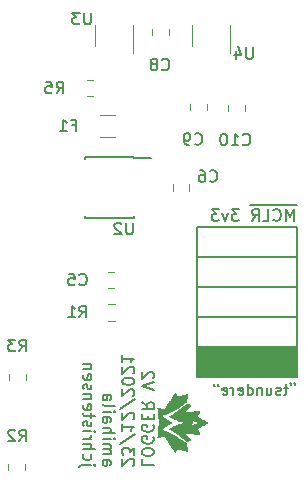
<source format=gbo>
G04 #@! TF.GenerationSoftware,KiCad,Pcbnew,5.1.10*
G04 #@! TF.CreationDate,2022-01-04T22:36:10-05:00*
G04 #@! TF.ProjectId,logger,6c6f6767-6572-42e6-9b69-6361645f7063,rev?*
G04 #@! TF.SameCoordinates,Original*
G04 #@! TF.FileFunction,Legend,Bot*
G04 #@! TF.FilePolarity,Positive*
%FSLAX46Y46*%
G04 Gerber Fmt 4.6, Leading zero omitted, Abs format (unit mm)*
G04 Created by KiCad (PCBNEW 5.1.10) date 2022-01-04 22:36:10*
%MOMM*%
%LPD*%
G01*
G04 APERTURE LIST*
%ADD10C,0.130000*%
%ADD11C,0.150000*%
%ADD12C,0.120000*%
%ADD13C,0.010000*%
%ADD14C,2.301600*%
%ADD15C,1.301600*%
%ADD16C,1.601600*%
%ADD17C,6.501600*%
G04 APERTURE END LIST*
D10*
X151468542Y-96451000D02*
X151468542Y-96408142D01*
X151425685Y-96322428D01*
X151382828Y-96279571D01*
X151811400Y-96451000D02*
X151811400Y-96408142D01*
X151768542Y-96322428D01*
X151725685Y-96279571D01*
X151168542Y-96708142D02*
X150825685Y-96708142D01*
X151039971Y-96408142D02*
X151039971Y-97179571D01*
X150997114Y-97265285D01*
X150911400Y-97308142D01*
X150825685Y-97308142D01*
X150568542Y-97265285D02*
X150482828Y-97308142D01*
X150311400Y-97308142D01*
X150225685Y-97265285D01*
X150182828Y-97179571D01*
X150182828Y-97136714D01*
X150225685Y-97051000D01*
X150311400Y-97008142D01*
X150439971Y-97008142D01*
X150525685Y-96965285D01*
X150568542Y-96879571D01*
X150568542Y-96836714D01*
X150525685Y-96751000D01*
X150439971Y-96708142D01*
X150311400Y-96708142D01*
X150225685Y-96751000D01*
X149411400Y-96708142D02*
X149411400Y-97308142D01*
X149797114Y-96708142D02*
X149797114Y-97179571D01*
X149754257Y-97265285D01*
X149668542Y-97308142D01*
X149539971Y-97308142D01*
X149454257Y-97265285D01*
X149411400Y-97222428D01*
X148982828Y-96708142D02*
X148982828Y-97308142D01*
X148982828Y-96793857D02*
X148939971Y-96751000D01*
X148854257Y-96708142D01*
X148725685Y-96708142D01*
X148639971Y-96751000D01*
X148597114Y-96836714D01*
X148597114Y-97308142D01*
X147782828Y-97308142D02*
X147782828Y-96408142D01*
X147782828Y-97265285D02*
X147868542Y-97308142D01*
X148039971Y-97308142D01*
X148125685Y-97265285D01*
X148168542Y-97222428D01*
X148211400Y-97136714D01*
X148211400Y-96879571D01*
X148168542Y-96793857D01*
X148125685Y-96751000D01*
X148039971Y-96708142D01*
X147868542Y-96708142D01*
X147782828Y-96751000D01*
X147011400Y-97265285D02*
X147097114Y-97308142D01*
X147268542Y-97308142D01*
X147354257Y-97265285D01*
X147397114Y-97179571D01*
X147397114Y-96836714D01*
X147354257Y-96751000D01*
X147268542Y-96708142D01*
X147097114Y-96708142D01*
X147011400Y-96751000D01*
X146968542Y-96836714D01*
X146968542Y-96922428D01*
X147397114Y-97008142D01*
X146582828Y-97308142D02*
X146582828Y-96708142D01*
X146582828Y-96879571D02*
X146539971Y-96793857D01*
X146497114Y-96751000D01*
X146411400Y-96708142D01*
X146325685Y-96708142D01*
X145682828Y-97265285D02*
X145768542Y-97308142D01*
X145939971Y-97308142D01*
X146025685Y-97265285D01*
X146068542Y-97179571D01*
X146068542Y-96836714D01*
X146025685Y-96751000D01*
X145939971Y-96708142D01*
X145768542Y-96708142D01*
X145682828Y-96751000D01*
X145639971Y-96836714D01*
X145639971Y-96922428D01*
X146068542Y-97008142D01*
X145254257Y-96408142D02*
X145254257Y-96451000D01*
X145297114Y-96536714D01*
X145339971Y-96579571D01*
X144911400Y-96408142D02*
X144911400Y-96451000D01*
X144954257Y-96536714D01*
X144997114Y-96579571D01*
D11*
X138827019Y-102769414D02*
X138827019Y-103245604D01*
X139827019Y-103245604D01*
X139827019Y-102245604D02*
X139827019Y-102055128D01*
X139779400Y-101959890D01*
X139684161Y-101864652D01*
X139493685Y-101817033D01*
X139160352Y-101817033D01*
X138969876Y-101864652D01*
X138874638Y-101959890D01*
X138827019Y-102055128D01*
X138827019Y-102245604D01*
X138874638Y-102340842D01*
X138969876Y-102436080D01*
X139160352Y-102483700D01*
X139493685Y-102483700D01*
X139684161Y-102436080D01*
X139779400Y-102340842D01*
X139827019Y-102245604D01*
X139779400Y-100864652D02*
X139827019Y-100959890D01*
X139827019Y-101102747D01*
X139779400Y-101245604D01*
X139684161Y-101340842D01*
X139588923Y-101388461D01*
X139398447Y-101436080D01*
X139255590Y-101436080D01*
X139065114Y-101388461D01*
X138969876Y-101340842D01*
X138874638Y-101245604D01*
X138827019Y-101102747D01*
X138827019Y-101007509D01*
X138874638Y-100864652D01*
X138922257Y-100817033D01*
X139255590Y-100817033D01*
X139255590Y-101007509D01*
X139779400Y-99864652D02*
X139827019Y-99959890D01*
X139827019Y-100102747D01*
X139779400Y-100245604D01*
X139684161Y-100340842D01*
X139588923Y-100388461D01*
X139398447Y-100436080D01*
X139255590Y-100436080D01*
X139065114Y-100388461D01*
X138969876Y-100340842D01*
X138874638Y-100245604D01*
X138827019Y-100102747D01*
X138827019Y-100007509D01*
X138874638Y-99864652D01*
X138922257Y-99817033D01*
X139255590Y-99817033D01*
X139255590Y-100007509D01*
X139350828Y-99388461D02*
X139350828Y-99055128D01*
X138827019Y-98912271D02*
X138827019Y-99388461D01*
X139827019Y-99388461D01*
X139827019Y-98912271D01*
X138827019Y-97912271D02*
X139303209Y-98245604D01*
X138827019Y-98483700D02*
X139827019Y-98483700D01*
X139827019Y-98102747D01*
X139779400Y-98007509D01*
X139731780Y-97959890D01*
X139636542Y-97912271D01*
X139493685Y-97912271D01*
X139398447Y-97959890D01*
X139350828Y-98007509D01*
X139303209Y-98102747D01*
X139303209Y-98483700D01*
X139827019Y-96864652D02*
X138827019Y-96531319D01*
X139827019Y-96197985D01*
X139731780Y-95912271D02*
X139779400Y-95864652D01*
X139827019Y-95769414D01*
X139827019Y-95531319D01*
X139779400Y-95436080D01*
X139731780Y-95388461D01*
X139636542Y-95340842D01*
X139541304Y-95340842D01*
X139398447Y-95388461D01*
X138827019Y-95959890D01*
X138827019Y-95340842D01*
X138081780Y-103293223D02*
X138129400Y-103245604D01*
X138177019Y-103150366D01*
X138177019Y-102912271D01*
X138129400Y-102817033D01*
X138081780Y-102769414D01*
X137986542Y-102721795D01*
X137891304Y-102721795D01*
X137748447Y-102769414D01*
X137177019Y-103340842D01*
X137177019Y-102721795D01*
X138177019Y-102388461D02*
X138177019Y-101769414D01*
X137796066Y-102102747D01*
X137796066Y-101959890D01*
X137748447Y-101864652D01*
X137700828Y-101817033D01*
X137605590Y-101769414D01*
X137367495Y-101769414D01*
X137272257Y-101817033D01*
X137224638Y-101864652D01*
X137177019Y-101959890D01*
X137177019Y-102245604D01*
X137224638Y-102340842D01*
X137272257Y-102388461D01*
X138224638Y-100626557D02*
X136938923Y-101483700D01*
X137177019Y-99769414D02*
X137177019Y-100340842D01*
X137177019Y-100055128D02*
X138177019Y-100055128D01*
X138034161Y-100150366D01*
X137938923Y-100245604D01*
X137891304Y-100340842D01*
X138081780Y-99388461D02*
X138129400Y-99340842D01*
X138177019Y-99245604D01*
X138177019Y-99007509D01*
X138129400Y-98912271D01*
X138081780Y-98864652D01*
X137986542Y-98817033D01*
X137891304Y-98817033D01*
X137748447Y-98864652D01*
X137177019Y-99436080D01*
X137177019Y-98817033D01*
X138224638Y-97674176D02*
X136938923Y-98531319D01*
X138081780Y-97388461D02*
X138129400Y-97340842D01*
X138177019Y-97245604D01*
X138177019Y-97007509D01*
X138129400Y-96912271D01*
X138081780Y-96864652D01*
X137986542Y-96817033D01*
X137891304Y-96817033D01*
X137748447Y-96864652D01*
X137177019Y-97436080D01*
X137177019Y-96817033D01*
X138177019Y-96197985D02*
X138177019Y-96102747D01*
X138129400Y-96007509D01*
X138081780Y-95959890D01*
X137986542Y-95912271D01*
X137796066Y-95864652D01*
X137557971Y-95864652D01*
X137367495Y-95912271D01*
X137272257Y-95959890D01*
X137224638Y-96007509D01*
X137177019Y-96102747D01*
X137177019Y-96197985D01*
X137224638Y-96293223D01*
X137272257Y-96340842D01*
X137367495Y-96388461D01*
X137557971Y-96436080D01*
X137796066Y-96436080D01*
X137986542Y-96388461D01*
X138081780Y-96340842D01*
X138129400Y-96293223D01*
X138177019Y-96197985D01*
X138081780Y-95483700D02*
X138129400Y-95436080D01*
X138177019Y-95340842D01*
X138177019Y-95102747D01*
X138129400Y-95007509D01*
X138081780Y-94959890D01*
X137986542Y-94912271D01*
X137891304Y-94912271D01*
X137748447Y-94959890D01*
X137177019Y-95531319D01*
X137177019Y-94912271D01*
X137177019Y-93959890D02*
X137177019Y-94531319D01*
X137177019Y-94245604D02*
X138177019Y-94245604D01*
X138034161Y-94340842D01*
X137938923Y-94436080D01*
X137891304Y-94531319D01*
X135527019Y-102817033D02*
X136050828Y-102817033D01*
X136146066Y-102864652D01*
X136193685Y-102959890D01*
X136193685Y-103150366D01*
X136146066Y-103245604D01*
X135574638Y-102817033D02*
X135527019Y-102912271D01*
X135527019Y-103150366D01*
X135574638Y-103245604D01*
X135669876Y-103293223D01*
X135765114Y-103293223D01*
X135860352Y-103245604D01*
X135907971Y-103150366D01*
X135907971Y-102912271D01*
X135955590Y-102817033D01*
X135527019Y-102340842D02*
X136193685Y-102340842D01*
X136098447Y-102340842D02*
X136146066Y-102293223D01*
X136193685Y-102197985D01*
X136193685Y-102055128D01*
X136146066Y-101959890D01*
X136050828Y-101912271D01*
X135527019Y-101912271D01*
X136050828Y-101912271D02*
X136146066Y-101864652D01*
X136193685Y-101769414D01*
X136193685Y-101626557D01*
X136146066Y-101531319D01*
X136050828Y-101483700D01*
X135527019Y-101483700D01*
X135527019Y-101007509D02*
X136193685Y-101007509D01*
X136527019Y-101007509D02*
X136479400Y-101055128D01*
X136431780Y-101007509D01*
X136479400Y-100959890D01*
X136527019Y-101007509D01*
X136431780Y-101007509D01*
X135527019Y-100531319D02*
X136527019Y-100531319D01*
X135527019Y-100102747D02*
X136050828Y-100102747D01*
X136146066Y-100150366D01*
X136193685Y-100245604D01*
X136193685Y-100388461D01*
X136146066Y-100483700D01*
X136098447Y-100531319D01*
X135527019Y-99197985D02*
X136050828Y-99197985D01*
X136146066Y-99245604D01*
X136193685Y-99340842D01*
X136193685Y-99531319D01*
X136146066Y-99626557D01*
X135574638Y-99197985D02*
X135527019Y-99293223D01*
X135527019Y-99531319D01*
X135574638Y-99626557D01*
X135669876Y-99674176D01*
X135765114Y-99674176D01*
X135860352Y-99626557D01*
X135907971Y-99531319D01*
X135907971Y-99293223D01*
X135955590Y-99197985D01*
X135527019Y-98721795D02*
X136193685Y-98721795D01*
X136527019Y-98721795D02*
X136479400Y-98769414D01*
X136431780Y-98721795D01*
X136479400Y-98674176D01*
X136527019Y-98721795D01*
X136431780Y-98721795D01*
X135527019Y-98102747D02*
X135574638Y-98197985D01*
X135669876Y-98245604D01*
X136527019Y-98245604D01*
X135527019Y-97293223D02*
X136050828Y-97293223D01*
X136146066Y-97340842D01*
X136193685Y-97436080D01*
X136193685Y-97626557D01*
X136146066Y-97721795D01*
X135574638Y-97293223D02*
X135527019Y-97388461D01*
X135527019Y-97626557D01*
X135574638Y-97721795D01*
X135669876Y-97769414D01*
X135765114Y-97769414D01*
X135860352Y-97721795D01*
X135907971Y-97626557D01*
X135907971Y-97388461D01*
X135955590Y-97293223D01*
X134543685Y-103245604D02*
X133686542Y-103245604D01*
X133591304Y-103293223D01*
X133543685Y-103388461D01*
X133543685Y-103436080D01*
X134877019Y-103245604D02*
X134829400Y-103293223D01*
X134781780Y-103245604D01*
X134829400Y-103197985D01*
X134877019Y-103245604D01*
X134781780Y-103245604D01*
X133924638Y-102340842D02*
X133877019Y-102436080D01*
X133877019Y-102626557D01*
X133924638Y-102721795D01*
X133972257Y-102769414D01*
X134067495Y-102817033D01*
X134353209Y-102817033D01*
X134448447Y-102769414D01*
X134496066Y-102721795D01*
X134543685Y-102626557D01*
X134543685Y-102436080D01*
X134496066Y-102340842D01*
X133877019Y-101912271D02*
X134877019Y-101912271D01*
X133877019Y-101483700D02*
X134400828Y-101483700D01*
X134496066Y-101531319D01*
X134543685Y-101626557D01*
X134543685Y-101769414D01*
X134496066Y-101864652D01*
X134448447Y-101912271D01*
X133877019Y-101007509D02*
X134543685Y-101007509D01*
X134353209Y-101007509D02*
X134448447Y-100959890D01*
X134496066Y-100912271D01*
X134543685Y-100817033D01*
X134543685Y-100721795D01*
X133877019Y-100388461D02*
X134543685Y-100388461D01*
X134877019Y-100388461D02*
X134829400Y-100436080D01*
X134781780Y-100388461D01*
X134829400Y-100340842D01*
X134877019Y-100388461D01*
X134781780Y-100388461D01*
X133924638Y-99959890D02*
X133877019Y-99864652D01*
X133877019Y-99674176D01*
X133924638Y-99578938D01*
X134019876Y-99531319D01*
X134067495Y-99531319D01*
X134162733Y-99578938D01*
X134210352Y-99674176D01*
X134210352Y-99817033D01*
X134257971Y-99912271D01*
X134353209Y-99959890D01*
X134400828Y-99959890D01*
X134496066Y-99912271D01*
X134543685Y-99817033D01*
X134543685Y-99674176D01*
X134496066Y-99578938D01*
X134543685Y-99245604D02*
X134543685Y-98864652D01*
X134877019Y-99102747D02*
X134019876Y-99102747D01*
X133924638Y-99055128D01*
X133877019Y-98959890D01*
X133877019Y-98864652D01*
X133924638Y-98150366D02*
X133877019Y-98245604D01*
X133877019Y-98436080D01*
X133924638Y-98531319D01*
X134019876Y-98578938D01*
X134400828Y-98578938D01*
X134496066Y-98531319D01*
X134543685Y-98436080D01*
X134543685Y-98245604D01*
X134496066Y-98150366D01*
X134400828Y-98102747D01*
X134305590Y-98102747D01*
X134210352Y-98578938D01*
X134543685Y-97674176D02*
X133877019Y-97674176D01*
X134448447Y-97674176D02*
X134496066Y-97626557D01*
X134543685Y-97531319D01*
X134543685Y-97388461D01*
X134496066Y-97293223D01*
X134400828Y-97245604D01*
X133877019Y-97245604D01*
X133924638Y-96817033D02*
X133877019Y-96721795D01*
X133877019Y-96531319D01*
X133924638Y-96436080D01*
X134019876Y-96388461D01*
X134067495Y-96388461D01*
X134162733Y-96436080D01*
X134210352Y-96531319D01*
X134210352Y-96674176D01*
X134257971Y-96769414D01*
X134353209Y-96817033D01*
X134400828Y-96817033D01*
X134496066Y-96769414D01*
X134543685Y-96674176D01*
X134543685Y-96531319D01*
X134496066Y-96436080D01*
X133924638Y-95578938D02*
X133877019Y-95674176D01*
X133877019Y-95864652D01*
X133924638Y-95959890D01*
X134019876Y-96007509D01*
X134400828Y-96007509D01*
X134496066Y-95959890D01*
X134543685Y-95864652D01*
X134543685Y-95674176D01*
X134496066Y-95578938D01*
X134400828Y-95531319D01*
X134305590Y-95531319D01*
X134210352Y-96007509D01*
X134543685Y-95102747D02*
X133877019Y-95102747D01*
X134448447Y-95102747D02*
X134496066Y-95055128D01*
X134543685Y-94959890D01*
X134543685Y-94817033D01*
X134496066Y-94721795D01*
X134400828Y-94674176D01*
X133877019Y-94674176D01*
X151924876Y-81203200D02*
X150782019Y-81203200D01*
X151686780Y-82570580D02*
X151686780Y-81570580D01*
X151353447Y-82284866D01*
X151020114Y-81570580D01*
X151020114Y-82570580D01*
X150782019Y-81203200D02*
X149782019Y-81203200D01*
X149972495Y-82475342D02*
X150020114Y-82522961D01*
X150162971Y-82570580D01*
X150258209Y-82570580D01*
X150401066Y-82522961D01*
X150496304Y-82427723D01*
X150543923Y-82332485D01*
X150591542Y-82142009D01*
X150591542Y-81999152D01*
X150543923Y-81808676D01*
X150496304Y-81713438D01*
X150401066Y-81618200D01*
X150258209Y-81570580D01*
X150162971Y-81570580D01*
X150020114Y-81618200D01*
X149972495Y-81665819D01*
X149782019Y-81203200D02*
X148972495Y-81203200D01*
X149067733Y-82570580D02*
X149543923Y-82570580D01*
X149543923Y-81570580D01*
X148972495Y-81203200D02*
X147972495Y-81203200D01*
X148162971Y-82570580D02*
X148496304Y-82094390D01*
X148734400Y-82570580D02*
X148734400Y-81570580D01*
X148353447Y-81570580D01*
X148258209Y-81618200D01*
X148210590Y-81665819D01*
X148162971Y-81761057D01*
X148162971Y-81903914D01*
X148210590Y-81999152D01*
X148258209Y-82046771D01*
X148353447Y-82094390D01*
X148734400Y-82094390D01*
X147067733Y-81570580D02*
X146448685Y-81570580D01*
X146782019Y-81951533D01*
X146639161Y-81951533D01*
X146543923Y-81999152D01*
X146496304Y-82046771D01*
X146448685Y-82142009D01*
X146448685Y-82380104D01*
X146496304Y-82475342D01*
X146543923Y-82522961D01*
X146639161Y-82570580D01*
X146924876Y-82570580D01*
X147020114Y-82522961D01*
X147067733Y-82475342D01*
X146115352Y-81903914D02*
X145877257Y-82570580D01*
X145639161Y-81903914D01*
X145353447Y-81570580D02*
X144734400Y-81570580D01*
X145067733Y-81951533D01*
X144924876Y-81951533D01*
X144829638Y-81999152D01*
X144782019Y-82046771D01*
X144734400Y-82142009D01*
X144734400Y-82380104D01*
X144782019Y-82475342D01*
X144829638Y-82522961D01*
X144924876Y-82570580D01*
X145210590Y-82570580D01*
X145305828Y-82522961D01*
X145353447Y-82475342D01*
D12*
X128929200Y-103125748D02*
X128929200Y-103648252D01*
X127509200Y-103125748D02*
X127509200Y-103648252D01*
X127610800Y-95505748D02*
X127610800Y-96028252D01*
X129030800Y-95505748D02*
X129030800Y-96028252D01*
X134197348Y-70613200D02*
X134719852Y-70613200D01*
X134197348Y-72033200D02*
X134719852Y-72033200D01*
X143109000Y-67749000D02*
X143109000Y-65949000D01*
X146329000Y-65949000D02*
X146329000Y-68399000D01*
X136528564Y-73639000D02*
X135324436Y-73639000D01*
X136528564Y-75459000D02*
X135324436Y-75459000D01*
X136497852Y-86869200D02*
X135975348Y-86869200D01*
X136497852Y-88289200D02*
X135975348Y-88289200D01*
X134854000Y-67749000D02*
X134854000Y-65949000D01*
X138074000Y-65949000D02*
X138074000Y-68399000D01*
X142848400Y-80008252D02*
X142848400Y-79485748D01*
X141428400Y-80008252D02*
X141428400Y-79485748D01*
D11*
X138186000Y-77181000D02*
X138186000Y-77231000D01*
X134036000Y-77181000D02*
X134036000Y-77326000D01*
X134036000Y-82331000D02*
X134036000Y-82186000D01*
X138186000Y-82331000D02*
X138186000Y-82186000D01*
X138186000Y-77181000D02*
X134036000Y-77181000D01*
X138186000Y-82331000D02*
X134036000Y-82331000D01*
X138186000Y-77231000D02*
X139586000Y-77231000D01*
D12*
X147547400Y-73244452D02*
X147547400Y-72721948D01*
X146127400Y-73244452D02*
X146127400Y-72721948D01*
X144347000Y-72703948D02*
X144347000Y-73226452D01*
X142927000Y-72703948D02*
X142927000Y-73226452D01*
X139726600Y-66869052D02*
X139726600Y-66346548D01*
X141146600Y-66869052D02*
X141146600Y-66346548D01*
X136000748Y-91007000D02*
X136523252Y-91007000D01*
X136000748Y-89587000D02*
X136523252Y-89587000D01*
D11*
X143497000Y-95808800D02*
X143497000Y-83108800D01*
X151997000Y-95808800D02*
X151997000Y-83108800D01*
X143497000Y-95808800D02*
X151997000Y-95808800D01*
X143497000Y-83108800D02*
X151997000Y-83108800D01*
X143497000Y-85648800D02*
X151997000Y-85648800D01*
X143497000Y-90728800D02*
X151997000Y-90728800D01*
X143497000Y-88188800D02*
X151997000Y-88188800D01*
X143497000Y-93268800D02*
X151997000Y-93268800D01*
G36*
X151942800Y-95758000D02*
G01*
X151942800Y-93319600D01*
X143560800Y-93319600D01*
X143560800Y-95758000D01*
X151942800Y-95758000D01*
G37*
X151942800Y-95758000D02*
X151942800Y-93319600D01*
X143560800Y-93319600D01*
X143560800Y-95758000D01*
X151942800Y-95758000D01*
D13*
G36*
X144367495Y-99636286D02*
G01*
X144350331Y-99625684D01*
X144322906Y-99609467D01*
X144286185Y-99588183D01*
X144241131Y-99562383D01*
X144188710Y-99532617D01*
X144129885Y-99499435D01*
X144065622Y-99463387D01*
X143996883Y-99425024D01*
X143937006Y-99391753D01*
X143865033Y-99351831D01*
X143796505Y-99313802D01*
X143732412Y-99278217D01*
X143673744Y-99245626D01*
X143621492Y-99216581D01*
X143576645Y-99191631D01*
X143540195Y-99171327D01*
X143513130Y-99156220D01*
X143496442Y-99146861D01*
X143491203Y-99143866D01*
X143489799Y-99139643D01*
X143491450Y-99129790D01*
X143496549Y-99113287D01*
X143505491Y-99089110D01*
X143518672Y-99056238D01*
X143536484Y-99013649D01*
X143559324Y-98960320D01*
X143584015Y-98903417D01*
X143607140Y-98849971D01*
X143628202Y-98800567D01*
X143646610Y-98756645D01*
X143661775Y-98719643D01*
X143673107Y-98691001D01*
X143680018Y-98672157D01*
X143681918Y-98664549D01*
X143681883Y-98664500D01*
X143674477Y-98664520D01*
X143654192Y-98665805D01*
X143622001Y-98668270D01*
X143578878Y-98671829D01*
X143525795Y-98676395D01*
X143463727Y-98681882D01*
X143393645Y-98688205D01*
X143316524Y-98695276D01*
X143233336Y-98703010D01*
X143145055Y-98711320D01*
X143052653Y-98720120D01*
X143037287Y-98721594D01*
X142944342Y-98730479D01*
X142855386Y-98738918D01*
X142771390Y-98746821D01*
X142693323Y-98754101D01*
X142622156Y-98760668D01*
X142558859Y-98766436D01*
X142504402Y-98771315D01*
X142459757Y-98775217D01*
X142425893Y-98778054D01*
X142403781Y-98779738D01*
X142394390Y-98780180D01*
X142394131Y-98780127D01*
X142398089Y-98774548D01*
X142410513Y-98759512D01*
X142430597Y-98735943D01*
X142457537Y-98704766D01*
X142490527Y-98666904D01*
X142528764Y-98623282D01*
X142571441Y-98574824D01*
X142617754Y-98522455D01*
X142658860Y-98476139D01*
X142707706Y-98421092D01*
X142753677Y-98369100D01*
X142795955Y-98321100D01*
X142833724Y-98278026D01*
X142866167Y-98240815D01*
X142892469Y-98210403D01*
X142911813Y-98187725D01*
X142923382Y-98173718D01*
X142926495Y-98169347D01*
X142924937Y-98167222D01*
X142919492Y-98163958D01*
X142909002Y-98159101D01*
X142892311Y-98152199D01*
X142868262Y-98142799D01*
X142835698Y-98130449D01*
X142793461Y-98114697D01*
X142740396Y-98095089D01*
X142678817Y-98072447D01*
X142622508Y-98051773D01*
X142554098Y-98111074D01*
X142463594Y-98187584D01*
X142364505Y-98267833D01*
X142258440Y-98350696D01*
X142147009Y-98435047D01*
X142031822Y-98519760D01*
X141914489Y-98603710D01*
X141796621Y-98685771D01*
X141679827Y-98764818D01*
X141565717Y-98839724D01*
X141455901Y-98909364D01*
X141351990Y-98972613D01*
X141255593Y-99028344D01*
X141193963Y-99062008D01*
X141122777Y-99099799D01*
X141156142Y-99122755D01*
X141224505Y-99166516D01*
X141304178Y-99211861D01*
X141392813Y-99257700D01*
X141488063Y-99302943D01*
X141587579Y-99346498D01*
X141689013Y-99387275D01*
X141790017Y-99424184D01*
X141844386Y-99442392D01*
X141951420Y-99475225D01*
X142069003Y-99508089D01*
X142193794Y-99540155D01*
X142322452Y-99570595D01*
X142451634Y-99598581D01*
X142562203Y-99620354D01*
X142667636Y-99640071D01*
X142489134Y-99675896D01*
X142303248Y-99715487D01*
X142130110Y-99757193D01*
X141968662Y-99801390D01*
X141817844Y-99848453D01*
X141676597Y-99898757D01*
X141543861Y-99952678D01*
X141418578Y-100010591D01*
X141299686Y-100072870D01*
X141195711Y-100133931D01*
X141169296Y-100150556D01*
X141147544Y-100164768D01*
X141133044Y-100174843D01*
X141128411Y-100178754D01*
X141132761Y-100183919D01*
X141147060Y-100193534D01*
X141168741Y-100205963D01*
X141182551Y-100213237D01*
X141257916Y-100253685D01*
X141342339Y-100302309D01*
X141434405Y-100358121D01*
X141532698Y-100420134D01*
X141635803Y-100487359D01*
X141742303Y-100558809D01*
X141850784Y-100633496D01*
X141959828Y-100710431D01*
X142068021Y-100788626D01*
X142173946Y-100867094D01*
X142276187Y-100944847D01*
X142373330Y-101020896D01*
X142463958Y-101094253D01*
X142546655Y-101163931D01*
X142554098Y-101170367D01*
X142622508Y-101229667D01*
X142678817Y-101208994D01*
X142743264Y-101185296D01*
X142795782Y-101165884D01*
X142837526Y-101150308D01*
X142869652Y-101138115D01*
X142893318Y-101128853D01*
X142909678Y-101122070D01*
X142919890Y-101117314D01*
X142925109Y-101114133D01*
X142926495Y-101112168D01*
X142921999Y-101106078D01*
X142909055Y-101090536D01*
X142888479Y-101066480D01*
X142861087Y-101034845D01*
X142827694Y-100996566D01*
X142789117Y-100952580D01*
X142746172Y-100903822D01*
X142699674Y-100851229D01*
X142658938Y-100805299D01*
X142610209Y-100750336D01*
X142564438Y-100698513D01*
X142522427Y-100650754D01*
X142484982Y-100607982D01*
X142452908Y-100571122D01*
X142427010Y-100541098D01*
X142408091Y-100518834D01*
X142396956Y-100505255D01*
X142394208Y-100501236D01*
X142401391Y-100501475D01*
X142421456Y-100502970D01*
X142453434Y-100505633D01*
X142496353Y-100509375D01*
X142549245Y-100514107D01*
X142611139Y-100519741D01*
X142681064Y-100526189D01*
X142758050Y-100533362D01*
X142841128Y-100541173D01*
X142929327Y-100549531D01*
X142940641Y-100550611D01*
X142940641Y-99893580D01*
X142939899Y-99891037D01*
X142947430Y-99880812D01*
X142961636Y-99865032D01*
X142963594Y-99862990D01*
X142984087Y-99838372D01*
X143005092Y-99807782D01*
X143020971Y-99779898D01*
X143044556Y-99717788D01*
X143054626Y-99654739D01*
X143051390Y-99592127D01*
X143035057Y-99531328D01*
X143005837Y-99473719D01*
X142966847Y-99423748D01*
X142950981Y-99405938D01*
X142941276Y-99393296D01*
X142939276Y-99387908D01*
X142940413Y-99388019D01*
X142948783Y-99390703D01*
X142969249Y-99397153D01*
X143000619Y-99406996D01*
X143041702Y-99419859D01*
X143091304Y-99435370D01*
X143148236Y-99453156D01*
X143211303Y-99472843D01*
X143279315Y-99494060D01*
X143347509Y-99515320D01*
X143418800Y-99537553D01*
X143486029Y-99558542D01*
X143548039Y-99577927D01*
X143603672Y-99595343D01*
X143651772Y-99610429D01*
X143691181Y-99622820D01*
X143720742Y-99632154D01*
X143739297Y-99638069D01*
X143745688Y-99640196D01*
X143739512Y-99642430D01*
X143721190Y-99648435D01*
X143691864Y-99657848D01*
X143652678Y-99670309D01*
X143604776Y-99685455D01*
X143549300Y-99702926D01*
X143487395Y-99722359D01*
X143420204Y-99743393D01*
X143349030Y-99765617D01*
X143277291Y-99787999D01*
X143209368Y-99809209D01*
X143146449Y-99828876D01*
X143089723Y-99846627D01*
X143040379Y-99862088D01*
X142999605Y-99874889D01*
X142968589Y-99884656D01*
X142948521Y-99891017D01*
X142940641Y-99893580D01*
X142940641Y-100550611D01*
X143021676Y-100558350D01*
X143037287Y-100559847D01*
X143130269Y-100568718D01*
X143219290Y-100577112D01*
X143303377Y-100584943D01*
X143381557Y-100592124D01*
X143452857Y-100598569D01*
X143516302Y-100604192D01*
X143570921Y-100608907D01*
X143615739Y-100612628D01*
X143649783Y-100615269D01*
X143672080Y-100616743D01*
X143681658Y-100616965D01*
X143681946Y-100616877D01*
X143680272Y-100609714D01*
X143673568Y-100591262D01*
X143662426Y-100562964D01*
X143647434Y-100526262D01*
X143629182Y-100482601D01*
X143608261Y-100433425D01*
X143585261Y-100380176D01*
X143584782Y-100379075D01*
X143561630Y-100325814D01*
X143540331Y-100276694D01*
X143521501Y-100233147D01*
X143505758Y-100196604D01*
X143493717Y-100168495D01*
X143485995Y-100150251D01*
X143483209Y-100143305D01*
X143483208Y-100143291D01*
X143489139Y-100139615D01*
X143506297Y-100129740D01*
X143533728Y-100114198D01*
X143570478Y-100093523D01*
X143615594Y-100068248D01*
X143668121Y-100038907D01*
X143727107Y-100006033D01*
X143791596Y-99970160D01*
X143860637Y-99931822D01*
X143928334Y-99894289D01*
X144000794Y-99854051D01*
X144069589Y-99815668D01*
X144133764Y-99779684D01*
X144192364Y-99746642D01*
X144244433Y-99717087D01*
X144289018Y-99691562D01*
X144325162Y-99670613D01*
X144351911Y-99654782D01*
X144368309Y-99644615D01*
X144373433Y-99640720D01*
X144367495Y-99636286D01*
G37*
X144367495Y-99636286D02*
X144350331Y-99625684D01*
X144322906Y-99609467D01*
X144286185Y-99588183D01*
X144241131Y-99562383D01*
X144188710Y-99532617D01*
X144129885Y-99499435D01*
X144065622Y-99463387D01*
X143996883Y-99425024D01*
X143937006Y-99391753D01*
X143865033Y-99351831D01*
X143796505Y-99313802D01*
X143732412Y-99278217D01*
X143673744Y-99245626D01*
X143621492Y-99216581D01*
X143576645Y-99191631D01*
X143540195Y-99171327D01*
X143513130Y-99156220D01*
X143496442Y-99146861D01*
X143491203Y-99143866D01*
X143489799Y-99139643D01*
X143491450Y-99129790D01*
X143496549Y-99113287D01*
X143505491Y-99089110D01*
X143518672Y-99056238D01*
X143536484Y-99013649D01*
X143559324Y-98960320D01*
X143584015Y-98903417D01*
X143607140Y-98849971D01*
X143628202Y-98800567D01*
X143646610Y-98756645D01*
X143661775Y-98719643D01*
X143673107Y-98691001D01*
X143680018Y-98672157D01*
X143681918Y-98664549D01*
X143681883Y-98664500D01*
X143674477Y-98664520D01*
X143654192Y-98665805D01*
X143622001Y-98668270D01*
X143578878Y-98671829D01*
X143525795Y-98676395D01*
X143463727Y-98681882D01*
X143393645Y-98688205D01*
X143316524Y-98695276D01*
X143233336Y-98703010D01*
X143145055Y-98711320D01*
X143052653Y-98720120D01*
X143037287Y-98721594D01*
X142944342Y-98730479D01*
X142855386Y-98738918D01*
X142771390Y-98746821D01*
X142693323Y-98754101D01*
X142622156Y-98760668D01*
X142558859Y-98766436D01*
X142504402Y-98771315D01*
X142459757Y-98775217D01*
X142425893Y-98778054D01*
X142403781Y-98779738D01*
X142394390Y-98780180D01*
X142394131Y-98780127D01*
X142398089Y-98774548D01*
X142410513Y-98759512D01*
X142430597Y-98735943D01*
X142457537Y-98704766D01*
X142490527Y-98666904D01*
X142528764Y-98623282D01*
X142571441Y-98574824D01*
X142617754Y-98522455D01*
X142658860Y-98476139D01*
X142707706Y-98421092D01*
X142753677Y-98369100D01*
X142795955Y-98321100D01*
X142833724Y-98278026D01*
X142866167Y-98240815D01*
X142892469Y-98210403D01*
X142911813Y-98187725D01*
X142923382Y-98173718D01*
X142926495Y-98169347D01*
X142924937Y-98167222D01*
X142919492Y-98163958D01*
X142909002Y-98159101D01*
X142892311Y-98152199D01*
X142868262Y-98142799D01*
X142835698Y-98130449D01*
X142793461Y-98114697D01*
X142740396Y-98095089D01*
X142678817Y-98072447D01*
X142622508Y-98051773D01*
X142554098Y-98111074D01*
X142463594Y-98187584D01*
X142364505Y-98267833D01*
X142258440Y-98350696D01*
X142147009Y-98435047D01*
X142031822Y-98519760D01*
X141914489Y-98603710D01*
X141796621Y-98685771D01*
X141679827Y-98764818D01*
X141565717Y-98839724D01*
X141455901Y-98909364D01*
X141351990Y-98972613D01*
X141255593Y-99028344D01*
X141193963Y-99062008D01*
X141122777Y-99099799D01*
X141156142Y-99122755D01*
X141224505Y-99166516D01*
X141304178Y-99211861D01*
X141392813Y-99257700D01*
X141488063Y-99302943D01*
X141587579Y-99346498D01*
X141689013Y-99387275D01*
X141790017Y-99424184D01*
X141844386Y-99442392D01*
X141951420Y-99475225D01*
X142069003Y-99508089D01*
X142193794Y-99540155D01*
X142322452Y-99570595D01*
X142451634Y-99598581D01*
X142562203Y-99620354D01*
X142667636Y-99640071D01*
X142489134Y-99675896D01*
X142303248Y-99715487D01*
X142130110Y-99757193D01*
X141968662Y-99801390D01*
X141817844Y-99848453D01*
X141676597Y-99898757D01*
X141543861Y-99952678D01*
X141418578Y-100010591D01*
X141299686Y-100072870D01*
X141195711Y-100133931D01*
X141169296Y-100150556D01*
X141147544Y-100164768D01*
X141133044Y-100174843D01*
X141128411Y-100178754D01*
X141132761Y-100183919D01*
X141147060Y-100193534D01*
X141168741Y-100205963D01*
X141182551Y-100213237D01*
X141257916Y-100253685D01*
X141342339Y-100302309D01*
X141434405Y-100358121D01*
X141532698Y-100420134D01*
X141635803Y-100487359D01*
X141742303Y-100558809D01*
X141850784Y-100633496D01*
X141959828Y-100710431D01*
X142068021Y-100788626D01*
X142173946Y-100867094D01*
X142276187Y-100944847D01*
X142373330Y-101020896D01*
X142463958Y-101094253D01*
X142546655Y-101163931D01*
X142554098Y-101170367D01*
X142622508Y-101229667D01*
X142678817Y-101208994D01*
X142743264Y-101185296D01*
X142795782Y-101165884D01*
X142837526Y-101150308D01*
X142869652Y-101138115D01*
X142893318Y-101128853D01*
X142909678Y-101122070D01*
X142919890Y-101117314D01*
X142925109Y-101114133D01*
X142926495Y-101112168D01*
X142921999Y-101106078D01*
X142909055Y-101090536D01*
X142888479Y-101066480D01*
X142861087Y-101034845D01*
X142827694Y-100996566D01*
X142789117Y-100952580D01*
X142746172Y-100903822D01*
X142699674Y-100851229D01*
X142658938Y-100805299D01*
X142610209Y-100750336D01*
X142564438Y-100698513D01*
X142522427Y-100650754D01*
X142484982Y-100607982D01*
X142452908Y-100571122D01*
X142427010Y-100541098D01*
X142408091Y-100518834D01*
X142396956Y-100505255D01*
X142394208Y-100501236D01*
X142401391Y-100501475D01*
X142421456Y-100502970D01*
X142453434Y-100505633D01*
X142496353Y-100509375D01*
X142549245Y-100514107D01*
X142611139Y-100519741D01*
X142681064Y-100526189D01*
X142758050Y-100533362D01*
X142841128Y-100541173D01*
X142929327Y-100549531D01*
X142940641Y-100550611D01*
X142940641Y-99893580D01*
X142939899Y-99891037D01*
X142947430Y-99880812D01*
X142961636Y-99865032D01*
X142963594Y-99862990D01*
X142984087Y-99838372D01*
X143005092Y-99807782D01*
X143020971Y-99779898D01*
X143044556Y-99717788D01*
X143054626Y-99654739D01*
X143051390Y-99592127D01*
X143035057Y-99531328D01*
X143005837Y-99473719D01*
X142966847Y-99423748D01*
X142950981Y-99405938D01*
X142941276Y-99393296D01*
X142939276Y-99387908D01*
X142940413Y-99388019D01*
X142948783Y-99390703D01*
X142969249Y-99397153D01*
X143000619Y-99406996D01*
X143041702Y-99419859D01*
X143091304Y-99435370D01*
X143148236Y-99453156D01*
X143211303Y-99472843D01*
X143279315Y-99494060D01*
X143347509Y-99515320D01*
X143418800Y-99537553D01*
X143486029Y-99558542D01*
X143548039Y-99577927D01*
X143603672Y-99595343D01*
X143651772Y-99610429D01*
X143691181Y-99622820D01*
X143720742Y-99632154D01*
X143739297Y-99638069D01*
X143745688Y-99640196D01*
X143739512Y-99642430D01*
X143721190Y-99648435D01*
X143691864Y-99657848D01*
X143652678Y-99670309D01*
X143604776Y-99685455D01*
X143549300Y-99702926D01*
X143487395Y-99722359D01*
X143420204Y-99743393D01*
X143349030Y-99765617D01*
X143277291Y-99787999D01*
X143209368Y-99809209D01*
X143146449Y-99828876D01*
X143089723Y-99846627D01*
X143040379Y-99862088D01*
X142999605Y-99874889D01*
X142968589Y-99884656D01*
X142948521Y-99891017D01*
X142940641Y-99893580D01*
X142940641Y-100550611D01*
X143021676Y-100558350D01*
X143037287Y-100559847D01*
X143130269Y-100568718D01*
X143219290Y-100577112D01*
X143303377Y-100584943D01*
X143381557Y-100592124D01*
X143452857Y-100598569D01*
X143516302Y-100604192D01*
X143570921Y-100608907D01*
X143615739Y-100612628D01*
X143649783Y-100615269D01*
X143672080Y-100616743D01*
X143681658Y-100616965D01*
X143681946Y-100616877D01*
X143680272Y-100609714D01*
X143673568Y-100591262D01*
X143662426Y-100562964D01*
X143647434Y-100526262D01*
X143629182Y-100482601D01*
X143608261Y-100433425D01*
X143585261Y-100380176D01*
X143584782Y-100379075D01*
X143561630Y-100325814D01*
X143540331Y-100276694D01*
X143521501Y-100233147D01*
X143505758Y-100196604D01*
X143493717Y-100168495D01*
X143485995Y-100150251D01*
X143483209Y-100143305D01*
X143483208Y-100143291D01*
X143489139Y-100139615D01*
X143506297Y-100129740D01*
X143533728Y-100114198D01*
X143570478Y-100093523D01*
X143615594Y-100068248D01*
X143668121Y-100038907D01*
X143727107Y-100006033D01*
X143791596Y-99970160D01*
X143860637Y-99931822D01*
X143928334Y-99894289D01*
X144000794Y-99854051D01*
X144069589Y-99815668D01*
X144133764Y-99779684D01*
X144192364Y-99746642D01*
X144244433Y-99717087D01*
X144289018Y-99691562D01*
X144325162Y-99670613D01*
X144351911Y-99654782D01*
X144368309Y-99644615D01*
X144373433Y-99640720D01*
X144367495Y-99636286D01*
G36*
X142671430Y-102043503D02*
G01*
X142668000Y-102024167D01*
X142662370Y-101993848D01*
X142654795Y-101953881D01*
X142645529Y-101905601D01*
X142634828Y-101850341D01*
X142622945Y-101789438D01*
X142610137Y-101724224D01*
X142609916Y-101723106D01*
X142593926Y-101642523D01*
X142580218Y-101574725D01*
X142568585Y-101518804D01*
X142558820Y-101473852D01*
X142550717Y-101438961D01*
X142544070Y-101413222D01*
X142538671Y-101395726D01*
X142534315Y-101385567D01*
X142532596Y-101383098D01*
X142519173Y-101370626D01*
X142495744Y-101351474D01*
X142463834Y-101326753D01*
X142424967Y-101297576D01*
X142380668Y-101265056D01*
X142332463Y-101230304D01*
X142281876Y-101194433D01*
X142230431Y-101158556D01*
X142179655Y-101123785D01*
X142147166Y-101101927D01*
X141988066Y-100998658D01*
X141823624Y-100897481D01*
X141655971Y-100799546D01*
X141487237Y-100706001D01*
X141319553Y-100617998D01*
X141155048Y-100536687D01*
X140995854Y-100463216D01*
X140845783Y-100399418D01*
X140804770Y-100383334D01*
X140757962Y-100365850D01*
X140707782Y-100347789D01*
X140656651Y-100329970D01*
X140606991Y-100313213D01*
X140561224Y-100298340D01*
X140521771Y-100286170D01*
X140491054Y-100277524D01*
X140475028Y-100273811D01*
X140458385Y-100269553D01*
X140449555Y-100265080D01*
X140449126Y-100264123D01*
X140454166Y-100257446D01*
X140468258Y-100243128D01*
X140489859Y-100222554D01*
X140517427Y-100197112D01*
X140549419Y-100168184D01*
X140584292Y-100137158D01*
X140620503Y-100105418D01*
X140656511Y-100074349D01*
X140690772Y-100045336D01*
X140716360Y-100024151D01*
X140798260Y-99959269D01*
X140879277Y-99899520D01*
X140962588Y-99842783D01*
X141051365Y-99786932D01*
X141148785Y-99729846D01*
X141195929Y-99703388D01*
X141230643Y-99683687D01*
X141260234Y-99666034D01*
X141282895Y-99651580D01*
X141296821Y-99641472D01*
X141300312Y-99636941D01*
X141292254Y-99631674D01*
X141274552Y-99621357D01*
X141249844Y-99607495D01*
X141221564Y-99592022D01*
X141085684Y-99515111D01*
X140960590Y-99436953D01*
X140843175Y-99355490D01*
X140730330Y-99268663D01*
X140717043Y-99257863D01*
X140685189Y-99231419D01*
X140650360Y-99201816D01*
X140614094Y-99170433D01*
X140577932Y-99138655D01*
X140543411Y-99107861D01*
X140512071Y-99079434D01*
X140485452Y-99054755D01*
X140465091Y-99035208D01*
X140452528Y-99022172D01*
X140449126Y-99017317D01*
X140455219Y-99013071D01*
X140470331Y-99008590D01*
X140475028Y-99007629D01*
X140497474Y-99002214D01*
X140530500Y-98992651D01*
X140571683Y-98979760D01*
X140618601Y-98964362D01*
X140668833Y-98947276D01*
X140719957Y-98929324D01*
X140769551Y-98911327D01*
X140815194Y-98894103D01*
X140845783Y-98882022D01*
X140994699Y-98818708D01*
X141151139Y-98746541D01*
X141312958Y-98666682D01*
X141478010Y-98580288D01*
X141644149Y-98488517D01*
X141809229Y-98392528D01*
X141971104Y-98293478D01*
X142127628Y-98192525D01*
X142146149Y-98180205D01*
X142195578Y-98146822D01*
X142246706Y-98111589D01*
X142298011Y-98075615D01*
X142347970Y-98040012D01*
X142395061Y-98005888D01*
X142437761Y-97974355D01*
X142474546Y-97946522D01*
X142503896Y-97923500D01*
X142524286Y-97906398D01*
X142532321Y-97898647D01*
X142536289Y-97891294D01*
X142541334Y-97876409D01*
X142547648Y-97853143D01*
X142555423Y-97820648D01*
X142564853Y-97778076D01*
X142576129Y-97724576D01*
X142589445Y-97659302D01*
X142604993Y-97581405D01*
X142609492Y-97558639D01*
X142622336Y-97493334D01*
X142634263Y-97432316D01*
X142645018Y-97376919D01*
X142654345Y-97328476D01*
X142661988Y-97288322D01*
X142667692Y-97257791D01*
X142671202Y-97238215D01*
X142672263Y-97230929D01*
X142672257Y-97230918D01*
X142665557Y-97232329D01*
X142646754Y-97236843D01*
X142617229Y-97244108D01*
X142578361Y-97253776D01*
X142531531Y-97265496D01*
X142478118Y-97278918D01*
X142419503Y-97293691D01*
X142357066Y-97309467D01*
X142292186Y-97325893D01*
X142226245Y-97342621D01*
X142160621Y-97359301D01*
X142096696Y-97375581D01*
X142035849Y-97391113D01*
X141979460Y-97405545D01*
X141928909Y-97418528D01*
X141885577Y-97429712D01*
X141850843Y-97438746D01*
X141826088Y-97445280D01*
X141812692Y-97448965D01*
X141812159Y-97449124D01*
X141806859Y-97447435D01*
X141798802Y-97439132D01*
X141787284Y-97423141D01*
X141771596Y-97398385D01*
X141751034Y-97363787D01*
X141724889Y-97318271D01*
X141716083Y-97302735D01*
X141692560Y-97261505D01*
X141671115Y-97224616D01*
X141652734Y-97193706D01*
X141638403Y-97170414D01*
X141629106Y-97156379D01*
X141626000Y-97152912D01*
X141621589Y-97158625D01*
X141610053Y-97175291D01*
X141591862Y-97202197D01*
X141567487Y-97238633D01*
X141537396Y-97283888D01*
X141502060Y-97337250D01*
X141461948Y-97398008D01*
X141417530Y-97465451D01*
X141369275Y-97538868D01*
X141317654Y-97617547D01*
X141263136Y-97700777D01*
X141206190Y-97787848D01*
X141161885Y-97855681D01*
X141103398Y-97945191D01*
X141046959Y-98031400D01*
X140993040Y-98113595D01*
X140942112Y-98191064D01*
X140894648Y-98263097D01*
X140851118Y-98328982D01*
X140811993Y-98388006D01*
X140777746Y-98439459D01*
X140748849Y-98482628D01*
X140725771Y-98516802D01*
X140708986Y-98541270D01*
X140698964Y-98555319D01*
X140696167Y-98558591D01*
X140688215Y-98556583D01*
X140668452Y-98550795D01*
X140638327Y-98541673D01*
X140599291Y-98529663D01*
X140552791Y-98515213D01*
X140500277Y-98498770D01*
X140443200Y-98480779D01*
X140422733Y-98474301D01*
X140364558Y-98456013D01*
X140310542Y-98439309D01*
X140262116Y-98424612D01*
X140220709Y-98412342D01*
X140187751Y-98402921D01*
X140164674Y-98396772D01*
X140152906Y-98394315D01*
X140151719Y-98394410D01*
X140151863Y-98401834D01*
X140153583Y-98422089D01*
X140156769Y-98454188D01*
X140161310Y-98497148D01*
X140167095Y-98549983D01*
X140174015Y-98611709D01*
X140181959Y-98681339D01*
X140190816Y-98757891D01*
X140200476Y-98840377D01*
X140210829Y-98927814D01*
X140221763Y-99019217D01*
X140221838Y-99019835D01*
X140296496Y-99640720D01*
X140223194Y-100248882D01*
X140212273Y-100339679D01*
X140201843Y-100426741D01*
X140192026Y-100509046D01*
X140182940Y-100585572D01*
X140174706Y-100655298D01*
X140167444Y-100717203D01*
X140161274Y-100770265D01*
X140156315Y-100813462D01*
X140152688Y-100845773D01*
X140150512Y-100866176D01*
X140149893Y-100873444D01*
X140151981Y-100886043D01*
X140155668Y-100889844D01*
X140163362Y-100887806D01*
X140182866Y-100881992D01*
X140212731Y-100872852D01*
X140251506Y-100860836D01*
X140297742Y-100846394D01*
X140349988Y-100829977D01*
X140406795Y-100812033D01*
X140424769Y-100806337D01*
X140482756Y-100788007D01*
X140536696Y-100771071D01*
X140585127Y-100755979D01*
X140626586Y-100743182D01*
X140659612Y-100733130D01*
X140682742Y-100726274D01*
X140694513Y-100723065D01*
X140695610Y-100722880D01*
X140700299Y-100728601D01*
X140712105Y-100745277D01*
X140730556Y-100772196D01*
X140755180Y-100808647D01*
X140785506Y-100853917D01*
X140821060Y-100907297D01*
X140861372Y-100968073D01*
X140905967Y-101035535D01*
X140954375Y-101108971D01*
X141006124Y-101187670D01*
X141060740Y-101270919D01*
X141117752Y-101358008D01*
X141162005Y-101425729D01*
X141220482Y-101515225D01*
X141276884Y-101601419D01*
X141330742Y-101683598D01*
X141381586Y-101761052D01*
X141428946Y-101833070D01*
X141472353Y-101898941D01*
X141511336Y-101957954D01*
X141545428Y-102009397D01*
X141574156Y-102052559D01*
X141597054Y-102086729D01*
X141613649Y-102111197D01*
X141623474Y-102125250D01*
X141626120Y-102128528D01*
X141630844Y-102122724D01*
X141641363Y-102106403D01*
X141656693Y-102081205D01*
X141675850Y-102048768D01*
X141697851Y-102010732D01*
X141716083Y-101978706D01*
X141743994Y-101929792D01*
X141766116Y-101892111D01*
X141783157Y-101864587D01*
X141795822Y-101846143D01*
X141804818Y-101835703D01*
X141810852Y-101832190D01*
X141812159Y-101832316D01*
X141824676Y-101835784D01*
X141848654Y-101842126D01*
X141882713Y-101850993D01*
X141925472Y-101862035D01*
X141975551Y-101874901D01*
X142031571Y-101889241D01*
X142092150Y-101904705D01*
X142155908Y-101920944D01*
X142221466Y-101937607D01*
X142287443Y-101954343D01*
X142352459Y-101970804D01*
X142415133Y-101986638D01*
X142474086Y-102001495D01*
X142527937Y-102015027D01*
X142575306Y-102026881D01*
X142614812Y-102036709D01*
X142645076Y-102044160D01*
X142664718Y-102048885D01*
X142672356Y-102050532D01*
X142672406Y-102050523D01*
X142671430Y-102043503D01*
G37*
X142671430Y-102043503D02*
X142668000Y-102024167D01*
X142662370Y-101993848D01*
X142654795Y-101953881D01*
X142645529Y-101905601D01*
X142634828Y-101850341D01*
X142622945Y-101789438D01*
X142610137Y-101724224D01*
X142609916Y-101723106D01*
X142593926Y-101642523D01*
X142580218Y-101574725D01*
X142568585Y-101518804D01*
X142558820Y-101473852D01*
X142550717Y-101438961D01*
X142544070Y-101413222D01*
X142538671Y-101395726D01*
X142534315Y-101385567D01*
X142532596Y-101383098D01*
X142519173Y-101370626D01*
X142495744Y-101351474D01*
X142463834Y-101326753D01*
X142424967Y-101297576D01*
X142380668Y-101265056D01*
X142332463Y-101230304D01*
X142281876Y-101194433D01*
X142230431Y-101158556D01*
X142179655Y-101123785D01*
X142147166Y-101101927D01*
X141988066Y-100998658D01*
X141823624Y-100897481D01*
X141655971Y-100799546D01*
X141487237Y-100706001D01*
X141319553Y-100617998D01*
X141155048Y-100536687D01*
X140995854Y-100463216D01*
X140845783Y-100399418D01*
X140804770Y-100383334D01*
X140757962Y-100365850D01*
X140707782Y-100347789D01*
X140656651Y-100329970D01*
X140606991Y-100313213D01*
X140561224Y-100298340D01*
X140521771Y-100286170D01*
X140491054Y-100277524D01*
X140475028Y-100273811D01*
X140458385Y-100269553D01*
X140449555Y-100265080D01*
X140449126Y-100264123D01*
X140454166Y-100257446D01*
X140468258Y-100243128D01*
X140489859Y-100222554D01*
X140517427Y-100197112D01*
X140549419Y-100168184D01*
X140584292Y-100137158D01*
X140620503Y-100105418D01*
X140656511Y-100074349D01*
X140690772Y-100045336D01*
X140716360Y-100024151D01*
X140798260Y-99959269D01*
X140879277Y-99899520D01*
X140962588Y-99842783D01*
X141051365Y-99786932D01*
X141148785Y-99729846D01*
X141195929Y-99703388D01*
X141230643Y-99683687D01*
X141260234Y-99666034D01*
X141282895Y-99651580D01*
X141296821Y-99641472D01*
X141300312Y-99636941D01*
X141292254Y-99631674D01*
X141274552Y-99621357D01*
X141249844Y-99607495D01*
X141221564Y-99592022D01*
X141085684Y-99515111D01*
X140960590Y-99436953D01*
X140843175Y-99355490D01*
X140730330Y-99268663D01*
X140717043Y-99257863D01*
X140685189Y-99231419D01*
X140650360Y-99201816D01*
X140614094Y-99170433D01*
X140577932Y-99138655D01*
X140543411Y-99107861D01*
X140512071Y-99079434D01*
X140485452Y-99054755D01*
X140465091Y-99035208D01*
X140452528Y-99022172D01*
X140449126Y-99017317D01*
X140455219Y-99013071D01*
X140470331Y-99008590D01*
X140475028Y-99007629D01*
X140497474Y-99002214D01*
X140530500Y-98992651D01*
X140571683Y-98979760D01*
X140618601Y-98964362D01*
X140668833Y-98947276D01*
X140719957Y-98929324D01*
X140769551Y-98911327D01*
X140815194Y-98894103D01*
X140845783Y-98882022D01*
X140994699Y-98818708D01*
X141151139Y-98746541D01*
X141312958Y-98666682D01*
X141478010Y-98580288D01*
X141644149Y-98488517D01*
X141809229Y-98392528D01*
X141971104Y-98293478D01*
X142127628Y-98192525D01*
X142146149Y-98180205D01*
X142195578Y-98146822D01*
X142246706Y-98111589D01*
X142298011Y-98075615D01*
X142347970Y-98040012D01*
X142395061Y-98005888D01*
X142437761Y-97974355D01*
X142474546Y-97946522D01*
X142503896Y-97923500D01*
X142524286Y-97906398D01*
X142532321Y-97898647D01*
X142536289Y-97891294D01*
X142541334Y-97876409D01*
X142547648Y-97853143D01*
X142555423Y-97820648D01*
X142564853Y-97778076D01*
X142576129Y-97724576D01*
X142589445Y-97659302D01*
X142604993Y-97581405D01*
X142609492Y-97558639D01*
X142622336Y-97493334D01*
X142634263Y-97432316D01*
X142645018Y-97376919D01*
X142654345Y-97328476D01*
X142661988Y-97288322D01*
X142667692Y-97257791D01*
X142671202Y-97238215D01*
X142672263Y-97230929D01*
X142672257Y-97230918D01*
X142665557Y-97232329D01*
X142646754Y-97236843D01*
X142617229Y-97244108D01*
X142578361Y-97253776D01*
X142531531Y-97265496D01*
X142478118Y-97278918D01*
X142419503Y-97293691D01*
X142357066Y-97309467D01*
X142292186Y-97325893D01*
X142226245Y-97342621D01*
X142160621Y-97359301D01*
X142096696Y-97375581D01*
X142035849Y-97391113D01*
X141979460Y-97405545D01*
X141928909Y-97418528D01*
X141885577Y-97429712D01*
X141850843Y-97438746D01*
X141826088Y-97445280D01*
X141812692Y-97448965D01*
X141812159Y-97449124D01*
X141806859Y-97447435D01*
X141798802Y-97439132D01*
X141787284Y-97423141D01*
X141771596Y-97398385D01*
X141751034Y-97363787D01*
X141724889Y-97318271D01*
X141716083Y-97302735D01*
X141692560Y-97261505D01*
X141671115Y-97224616D01*
X141652734Y-97193706D01*
X141638403Y-97170414D01*
X141629106Y-97156379D01*
X141626000Y-97152912D01*
X141621589Y-97158625D01*
X141610053Y-97175291D01*
X141591862Y-97202197D01*
X141567487Y-97238633D01*
X141537396Y-97283888D01*
X141502060Y-97337250D01*
X141461948Y-97398008D01*
X141417530Y-97465451D01*
X141369275Y-97538868D01*
X141317654Y-97617547D01*
X141263136Y-97700777D01*
X141206190Y-97787848D01*
X141161885Y-97855681D01*
X141103398Y-97945191D01*
X141046959Y-98031400D01*
X140993040Y-98113595D01*
X140942112Y-98191064D01*
X140894648Y-98263097D01*
X140851118Y-98328982D01*
X140811993Y-98388006D01*
X140777746Y-98439459D01*
X140748849Y-98482628D01*
X140725771Y-98516802D01*
X140708986Y-98541270D01*
X140698964Y-98555319D01*
X140696167Y-98558591D01*
X140688215Y-98556583D01*
X140668452Y-98550795D01*
X140638327Y-98541673D01*
X140599291Y-98529663D01*
X140552791Y-98515213D01*
X140500277Y-98498770D01*
X140443200Y-98480779D01*
X140422733Y-98474301D01*
X140364558Y-98456013D01*
X140310542Y-98439309D01*
X140262116Y-98424612D01*
X140220709Y-98412342D01*
X140187751Y-98402921D01*
X140164674Y-98396772D01*
X140152906Y-98394315D01*
X140151719Y-98394410D01*
X140151863Y-98401834D01*
X140153583Y-98422089D01*
X140156769Y-98454188D01*
X140161310Y-98497148D01*
X140167095Y-98549983D01*
X140174015Y-98611709D01*
X140181959Y-98681339D01*
X140190816Y-98757891D01*
X140200476Y-98840377D01*
X140210829Y-98927814D01*
X140221763Y-99019217D01*
X140221838Y-99019835D01*
X140296496Y-99640720D01*
X140223194Y-100248882D01*
X140212273Y-100339679D01*
X140201843Y-100426741D01*
X140192026Y-100509046D01*
X140182940Y-100585572D01*
X140174706Y-100655298D01*
X140167444Y-100717203D01*
X140161274Y-100770265D01*
X140156315Y-100813462D01*
X140152688Y-100845773D01*
X140150512Y-100866176D01*
X140149893Y-100873444D01*
X140151981Y-100886043D01*
X140155668Y-100889844D01*
X140163362Y-100887806D01*
X140182866Y-100881992D01*
X140212731Y-100872852D01*
X140251506Y-100860836D01*
X140297742Y-100846394D01*
X140349988Y-100829977D01*
X140406795Y-100812033D01*
X140424769Y-100806337D01*
X140482756Y-100788007D01*
X140536696Y-100771071D01*
X140585127Y-100755979D01*
X140626586Y-100743182D01*
X140659612Y-100733130D01*
X140682742Y-100726274D01*
X140694513Y-100723065D01*
X140695610Y-100722880D01*
X140700299Y-100728601D01*
X140712105Y-100745277D01*
X140730556Y-100772196D01*
X140755180Y-100808647D01*
X140785506Y-100853917D01*
X140821060Y-100907297D01*
X140861372Y-100968073D01*
X140905967Y-101035535D01*
X140954375Y-101108971D01*
X141006124Y-101187670D01*
X141060740Y-101270919D01*
X141117752Y-101358008D01*
X141162005Y-101425729D01*
X141220482Y-101515225D01*
X141276884Y-101601419D01*
X141330742Y-101683598D01*
X141381586Y-101761052D01*
X141428946Y-101833070D01*
X141472353Y-101898941D01*
X141511336Y-101957954D01*
X141545428Y-102009397D01*
X141574156Y-102052559D01*
X141597054Y-102086729D01*
X141613649Y-102111197D01*
X141623474Y-102125250D01*
X141626120Y-102128528D01*
X141630844Y-102122724D01*
X141641363Y-102106403D01*
X141656693Y-102081205D01*
X141675850Y-102048768D01*
X141697851Y-102010732D01*
X141716083Y-101978706D01*
X141743994Y-101929792D01*
X141766116Y-101892111D01*
X141783157Y-101864587D01*
X141795822Y-101846143D01*
X141804818Y-101835703D01*
X141810852Y-101832190D01*
X141812159Y-101832316D01*
X141824676Y-101835784D01*
X141848654Y-101842126D01*
X141882713Y-101850993D01*
X141925472Y-101862035D01*
X141975551Y-101874901D01*
X142031571Y-101889241D01*
X142092150Y-101904705D01*
X142155908Y-101920944D01*
X142221466Y-101937607D01*
X142287443Y-101954343D01*
X142352459Y-101970804D01*
X142415133Y-101986638D01*
X142474086Y-102001495D01*
X142527937Y-102015027D01*
X142575306Y-102026881D01*
X142614812Y-102036709D01*
X142645076Y-102044160D01*
X142664718Y-102048885D01*
X142672356Y-102050532D01*
X142672406Y-102050523D01*
X142671430Y-102043503D01*
D11*
X128462066Y-101239580D02*
X128795400Y-100763390D01*
X129033495Y-101239580D02*
X129033495Y-100239580D01*
X128652542Y-100239580D01*
X128557304Y-100287200D01*
X128509685Y-100334819D01*
X128462066Y-100430057D01*
X128462066Y-100572914D01*
X128509685Y-100668152D01*
X128557304Y-100715771D01*
X128652542Y-100763390D01*
X129033495Y-100763390D01*
X128081114Y-100334819D02*
X128033495Y-100287200D01*
X127938257Y-100239580D01*
X127700161Y-100239580D01*
X127604923Y-100287200D01*
X127557304Y-100334819D01*
X127509685Y-100430057D01*
X127509685Y-100525295D01*
X127557304Y-100668152D01*
X128128733Y-101239580D01*
X127509685Y-101239580D01*
X128462066Y-93619580D02*
X128795400Y-93143390D01*
X129033495Y-93619580D02*
X129033495Y-92619580D01*
X128652542Y-92619580D01*
X128557304Y-92667200D01*
X128509685Y-92714819D01*
X128462066Y-92810057D01*
X128462066Y-92952914D01*
X128509685Y-93048152D01*
X128557304Y-93095771D01*
X128652542Y-93143390D01*
X129033495Y-93143390D01*
X128128733Y-92619580D02*
X127509685Y-92619580D01*
X127843019Y-93000533D01*
X127700161Y-93000533D01*
X127604923Y-93048152D01*
X127557304Y-93095771D01*
X127509685Y-93191009D01*
X127509685Y-93429104D01*
X127557304Y-93524342D01*
X127604923Y-93571961D01*
X127700161Y-93619580D01*
X127985876Y-93619580D01*
X128081114Y-93571961D01*
X128128733Y-93524342D01*
X131602666Y-71775580D02*
X131936000Y-71299390D01*
X132174095Y-71775580D02*
X132174095Y-70775580D01*
X131793142Y-70775580D01*
X131697904Y-70823200D01*
X131650285Y-70870819D01*
X131602666Y-70966057D01*
X131602666Y-71108914D01*
X131650285Y-71204152D01*
X131697904Y-71251771D01*
X131793142Y-71299390D01*
X132174095Y-71299390D01*
X130697904Y-70775580D02*
X131174095Y-70775580D01*
X131221714Y-71251771D01*
X131174095Y-71204152D01*
X131078857Y-71156533D01*
X130840761Y-71156533D01*
X130745523Y-71204152D01*
X130697904Y-71251771D01*
X130650285Y-71347009D01*
X130650285Y-71585104D01*
X130697904Y-71680342D01*
X130745523Y-71727961D01*
X130840761Y-71775580D01*
X131078857Y-71775580D01*
X131174095Y-71727961D01*
X131221714Y-71680342D01*
X148234304Y-67854580D02*
X148234304Y-68664104D01*
X148186685Y-68759342D01*
X148139066Y-68806961D01*
X148043828Y-68854580D01*
X147853352Y-68854580D01*
X147758114Y-68806961D01*
X147710495Y-68759342D01*
X147662876Y-68664104D01*
X147662876Y-67854580D01*
X146758114Y-68187914D02*
X146758114Y-68854580D01*
X146996209Y-67806961D02*
X147234304Y-68521247D01*
X146615257Y-68521247D01*
X132946733Y-74477571D02*
X133280066Y-74477571D01*
X133280066Y-75001380D02*
X133280066Y-74001380D01*
X132803876Y-74001380D01*
X131899114Y-75001380D02*
X132470542Y-75001380D01*
X132184828Y-75001380D02*
X132184828Y-74001380D01*
X132280066Y-74144238D01*
X132375304Y-74239476D01*
X132470542Y-74287095D01*
X133542066Y-87946342D02*
X133589685Y-87993961D01*
X133732542Y-88041580D01*
X133827780Y-88041580D01*
X133970638Y-87993961D01*
X134065876Y-87898723D01*
X134113495Y-87803485D01*
X134161114Y-87613009D01*
X134161114Y-87470152D01*
X134113495Y-87279676D01*
X134065876Y-87184438D01*
X133970638Y-87089200D01*
X133827780Y-87041580D01*
X133732542Y-87041580D01*
X133589685Y-87089200D01*
X133542066Y-87136819D01*
X132637304Y-87041580D02*
X133113495Y-87041580D01*
X133161114Y-87517771D01*
X133113495Y-87470152D01*
X133018257Y-87422533D01*
X132780161Y-87422533D01*
X132684923Y-87470152D01*
X132637304Y-87517771D01*
X132589685Y-87613009D01*
X132589685Y-87851104D01*
X132637304Y-87946342D01*
X132684923Y-87993961D01*
X132780161Y-88041580D01*
X133018257Y-88041580D01*
X133113495Y-87993961D01*
X133161114Y-87946342D01*
X134518304Y-64933580D02*
X134518304Y-65743104D01*
X134470685Y-65838342D01*
X134423066Y-65885961D01*
X134327828Y-65933580D01*
X134137352Y-65933580D01*
X134042114Y-65885961D01*
X133994495Y-65838342D01*
X133946876Y-65743104D01*
X133946876Y-64933580D01*
X133565923Y-64933580D02*
X132946876Y-64933580D01*
X133280209Y-65314533D01*
X133137352Y-65314533D01*
X133042114Y-65362152D01*
X132994495Y-65409771D01*
X132946876Y-65505009D01*
X132946876Y-65743104D01*
X132994495Y-65838342D01*
X133042114Y-65885961D01*
X133137352Y-65933580D01*
X133423066Y-65933580D01*
X133518304Y-65885961D01*
X133565923Y-65838342D01*
X144591066Y-79173342D02*
X144638685Y-79220961D01*
X144781542Y-79268580D01*
X144876780Y-79268580D01*
X145019638Y-79220961D01*
X145114876Y-79125723D01*
X145162495Y-79030485D01*
X145210114Y-78840009D01*
X145210114Y-78697152D01*
X145162495Y-78506676D01*
X145114876Y-78411438D01*
X145019638Y-78316200D01*
X144876780Y-78268580D01*
X144781542Y-78268580D01*
X144638685Y-78316200D01*
X144591066Y-78363819D01*
X143733923Y-78268580D02*
X143924400Y-78268580D01*
X144019638Y-78316200D01*
X144067257Y-78363819D01*
X144162495Y-78506676D01*
X144210114Y-78697152D01*
X144210114Y-79078104D01*
X144162495Y-79173342D01*
X144114876Y-79220961D01*
X144019638Y-79268580D01*
X143829161Y-79268580D01*
X143733923Y-79220961D01*
X143686304Y-79173342D01*
X143638685Y-79078104D01*
X143638685Y-78840009D01*
X143686304Y-78744771D01*
X143733923Y-78697152D01*
X143829161Y-78649533D01*
X144019638Y-78649533D01*
X144114876Y-78697152D01*
X144162495Y-78744771D01*
X144210114Y-78840009D01*
X138074304Y-82713580D02*
X138074304Y-83523104D01*
X138026685Y-83618342D01*
X137979066Y-83665961D01*
X137883828Y-83713580D01*
X137693352Y-83713580D01*
X137598114Y-83665961D01*
X137550495Y-83618342D01*
X137502876Y-83523104D01*
X137502876Y-82713580D01*
X137074304Y-82808819D02*
X137026685Y-82761200D01*
X136931447Y-82713580D01*
X136693352Y-82713580D01*
X136598114Y-82761200D01*
X136550495Y-82808819D01*
X136502876Y-82904057D01*
X136502876Y-82999295D01*
X136550495Y-83142152D01*
X137121923Y-83713580D01*
X136502876Y-83713580D01*
X147378657Y-76083542D02*
X147426276Y-76131161D01*
X147569133Y-76178780D01*
X147664371Y-76178780D01*
X147807228Y-76131161D01*
X147902466Y-76035923D01*
X147950085Y-75940685D01*
X147997704Y-75750209D01*
X147997704Y-75607352D01*
X147950085Y-75416876D01*
X147902466Y-75321638D01*
X147807228Y-75226400D01*
X147664371Y-75178780D01*
X147569133Y-75178780D01*
X147426276Y-75226400D01*
X147378657Y-75274019D01*
X146426276Y-76178780D02*
X146997704Y-76178780D01*
X146711990Y-76178780D02*
X146711990Y-75178780D01*
X146807228Y-75321638D01*
X146902466Y-75416876D01*
X146997704Y-75464495D01*
X145807228Y-75178780D02*
X145711990Y-75178780D01*
X145616752Y-75226400D01*
X145569133Y-75274019D01*
X145521514Y-75369257D01*
X145473895Y-75559733D01*
X145473895Y-75797828D01*
X145521514Y-75988304D01*
X145569133Y-76083542D01*
X145616752Y-76131161D01*
X145711990Y-76178780D01*
X145807228Y-76178780D01*
X145902466Y-76131161D01*
X145950085Y-76083542D01*
X145997704Y-75988304D01*
X146045323Y-75797828D01*
X146045323Y-75559733D01*
X145997704Y-75369257D01*
X145950085Y-75274019D01*
X145902466Y-75226400D01*
X145807228Y-75178780D01*
X143321066Y-76056542D02*
X143368685Y-76104161D01*
X143511542Y-76151780D01*
X143606780Y-76151780D01*
X143749638Y-76104161D01*
X143844876Y-76008923D01*
X143892495Y-75913685D01*
X143940114Y-75723209D01*
X143940114Y-75580352D01*
X143892495Y-75389876D01*
X143844876Y-75294638D01*
X143749638Y-75199400D01*
X143606780Y-75151780D01*
X143511542Y-75151780D01*
X143368685Y-75199400D01*
X143321066Y-75247019D01*
X142844876Y-76151780D02*
X142654400Y-76151780D01*
X142559161Y-76104161D01*
X142511542Y-76056542D01*
X142416304Y-75913685D01*
X142368685Y-75723209D01*
X142368685Y-75342257D01*
X142416304Y-75247019D01*
X142463923Y-75199400D01*
X142559161Y-75151780D01*
X142749638Y-75151780D01*
X142844876Y-75199400D01*
X142892495Y-75247019D01*
X142940114Y-75342257D01*
X142940114Y-75580352D01*
X142892495Y-75675590D01*
X142844876Y-75723209D01*
X142749638Y-75770828D01*
X142559161Y-75770828D01*
X142463923Y-75723209D01*
X142416304Y-75675590D01*
X142368685Y-75580352D01*
X140527066Y-69742542D02*
X140574685Y-69790161D01*
X140717542Y-69837780D01*
X140812780Y-69837780D01*
X140955638Y-69790161D01*
X141050876Y-69694923D01*
X141098495Y-69599685D01*
X141146114Y-69409209D01*
X141146114Y-69266352D01*
X141098495Y-69075876D01*
X141050876Y-68980638D01*
X140955638Y-68885400D01*
X140812780Y-68837780D01*
X140717542Y-68837780D01*
X140574685Y-68885400D01*
X140527066Y-68933019D01*
X139955638Y-69266352D02*
X140050876Y-69218733D01*
X140098495Y-69171114D01*
X140146114Y-69075876D01*
X140146114Y-69028257D01*
X140098495Y-68933019D01*
X140050876Y-68885400D01*
X139955638Y-68837780D01*
X139765161Y-68837780D01*
X139669923Y-68885400D01*
X139622304Y-68933019D01*
X139574685Y-69028257D01*
X139574685Y-69075876D01*
X139622304Y-69171114D01*
X139669923Y-69218733D01*
X139765161Y-69266352D01*
X139955638Y-69266352D01*
X140050876Y-69313971D01*
X140098495Y-69361590D01*
X140146114Y-69456828D01*
X140146114Y-69647304D01*
X140098495Y-69742542D01*
X140050876Y-69790161D01*
X139955638Y-69837780D01*
X139765161Y-69837780D01*
X139669923Y-69790161D01*
X139622304Y-69742542D01*
X139574685Y-69647304D01*
X139574685Y-69456828D01*
X139622304Y-69361590D01*
X139669923Y-69313971D01*
X139765161Y-69266352D01*
X133542066Y-90749380D02*
X133875400Y-90273190D01*
X134113495Y-90749380D02*
X134113495Y-89749380D01*
X133732542Y-89749380D01*
X133637304Y-89797000D01*
X133589685Y-89844619D01*
X133542066Y-89939857D01*
X133542066Y-90082714D01*
X133589685Y-90177952D01*
X133637304Y-90225571D01*
X133732542Y-90273190D01*
X134113495Y-90273190D01*
X132589685Y-90749380D02*
X133161114Y-90749380D01*
X132875400Y-90749380D02*
X132875400Y-89749380D01*
X132970638Y-89892238D01*
X133065876Y-89987476D01*
X133161114Y-90035095D01*
%LPC*%
D14*
X127676400Y-74586200D03*
X127676400Y-85586200D03*
D15*
X128676400Y-78086200D03*
X128676400Y-80086200D03*
X128676400Y-82086200D03*
X126676400Y-82086200D03*
G36*
G01*
X126076400Y-77435400D02*
X127276400Y-77435400D01*
G75*
G02*
X127327200Y-77486200I0J-50800D01*
G01*
X127327200Y-78686200D01*
G75*
G02*
X127276400Y-78737000I-50800J0D01*
G01*
X126076400Y-78737000D01*
G75*
G02*
X126025600Y-78686200I0J50800D01*
G01*
X126025600Y-77486200D01*
G75*
G02*
X126076400Y-77435400I50800J0D01*
G01*
G37*
X126676400Y-80086200D03*
D16*
X141430400Y-104444800D03*
X136550400Y-104444800D03*
D17*
X127787400Y-68148200D03*
G36*
G01*
X127740485Y-103786200D02*
X128697915Y-103786200D01*
G75*
G02*
X128970000Y-104058285I0J-272085D01*
G01*
X128970000Y-104765715D01*
G75*
G02*
X128697915Y-105037800I-272085J0D01*
G01*
X127740485Y-105037800D01*
G75*
G02*
X127468400Y-104765715I0J272085D01*
G01*
X127468400Y-104058285D01*
G75*
G02*
X127740485Y-103786200I272085J0D01*
G01*
G37*
G36*
G01*
X127740485Y-101736200D02*
X128697915Y-101736200D01*
G75*
G02*
X128970000Y-102008285I0J-272085D01*
G01*
X128970000Y-102715715D01*
G75*
G02*
X128697915Y-102987800I-272085J0D01*
G01*
X127740485Y-102987800D01*
G75*
G02*
X127468400Y-102715715I0J272085D01*
G01*
X127468400Y-102008285D01*
G75*
G02*
X127740485Y-101736200I272085J0D01*
G01*
G37*
G36*
G01*
X127842085Y-94116200D02*
X128799515Y-94116200D01*
G75*
G02*
X129071600Y-94388285I0J-272085D01*
G01*
X129071600Y-95095715D01*
G75*
G02*
X128799515Y-95367800I-272085J0D01*
G01*
X127842085Y-95367800D01*
G75*
G02*
X127570000Y-95095715I0J272085D01*
G01*
X127570000Y-94388285D01*
G75*
G02*
X127842085Y-94116200I272085J0D01*
G01*
G37*
G36*
G01*
X127842085Y-96166200D02*
X128799515Y-96166200D01*
G75*
G02*
X129071600Y-96438285I0J-272085D01*
G01*
X129071600Y-97145715D01*
G75*
G02*
X128799515Y-97417800I-272085J0D01*
G01*
X127842085Y-97417800D01*
G75*
G02*
X127570000Y-97145715I0J272085D01*
G01*
X127570000Y-96438285D01*
G75*
G02*
X127842085Y-96166200I272085J0D01*
G01*
G37*
G36*
G01*
X134857800Y-71801915D02*
X134857800Y-70844485D01*
G75*
G02*
X135129885Y-70572400I272085J0D01*
G01*
X135837315Y-70572400D01*
G75*
G02*
X136109400Y-70844485I0J-272085D01*
G01*
X136109400Y-71801915D01*
G75*
G02*
X135837315Y-72074000I-272085J0D01*
G01*
X135129885Y-72074000D01*
G75*
G02*
X134857800Y-71801915I0J272085D01*
G01*
G37*
G36*
G01*
X132807800Y-71801915D02*
X132807800Y-70844485D01*
G75*
G02*
X133079885Y-70572400I272085J0D01*
G01*
X133787315Y-70572400D01*
G75*
G02*
X134059400Y-70844485I0J-272085D01*
G01*
X134059400Y-71801915D01*
G75*
G02*
X133787315Y-72074000I-272085J0D01*
G01*
X133079885Y-72074000D01*
G75*
G02*
X132807800Y-71801915I0J272085D01*
G01*
G37*
G36*
G01*
X145994000Y-69029800D02*
X145344000Y-69029800D01*
G75*
G02*
X145293200Y-68979000I0J50800D01*
G01*
X145293200Y-67419000D01*
G75*
G02*
X145344000Y-67368200I50800J0D01*
G01*
X145994000Y-67368200D01*
G75*
G02*
X146044800Y-67419000I0J-50800D01*
G01*
X146044800Y-68979000D01*
G75*
G02*
X145994000Y-69029800I-50800J0D01*
G01*
G37*
G36*
G01*
X145044000Y-69029800D02*
X144394000Y-69029800D01*
G75*
G02*
X144343200Y-68979000I0J50800D01*
G01*
X144343200Y-67419000D01*
G75*
G02*
X144394000Y-67368200I50800J0D01*
G01*
X145044000Y-67368200D01*
G75*
G02*
X145094800Y-67419000I0J-50800D01*
G01*
X145094800Y-68979000D01*
G75*
G02*
X145044000Y-69029800I-50800J0D01*
G01*
G37*
G36*
G01*
X144094000Y-69029800D02*
X143444000Y-69029800D01*
G75*
G02*
X143393200Y-68979000I0J50800D01*
G01*
X143393200Y-67419000D01*
G75*
G02*
X143444000Y-67368200I50800J0D01*
G01*
X144094000Y-67368200D01*
G75*
G02*
X144144800Y-67419000I0J-50800D01*
G01*
X144144800Y-68979000D01*
G75*
G02*
X144094000Y-69029800I-50800J0D01*
G01*
G37*
G36*
G01*
X144094000Y-66329800D02*
X143444000Y-66329800D01*
G75*
G02*
X143393200Y-66279000I0J50800D01*
G01*
X143393200Y-64719000D01*
G75*
G02*
X143444000Y-64668200I50800J0D01*
G01*
X144094000Y-64668200D01*
G75*
G02*
X144144800Y-64719000I0J-50800D01*
G01*
X144144800Y-66279000D01*
G75*
G02*
X144094000Y-66329800I-50800J0D01*
G01*
G37*
G36*
G01*
X145994000Y-66329800D02*
X145344000Y-66329800D01*
G75*
G02*
X145293200Y-66279000I0J50800D01*
G01*
X145293200Y-64719000D01*
G75*
G02*
X145344000Y-64668200I50800J0D01*
G01*
X145994000Y-64668200D01*
G75*
G02*
X146044800Y-64719000I0J-50800D01*
G01*
X146044800Y-66279000D01*
G75*
G02*
X145994000Y-66329800I-50800J0D01*
G01*
G37*
G36*
G01*
X138177300Y-73891024D02*
X138177300Y-75206976D01*
G75*
G02*
X137909476Y-75474800I-267824J0D01*
G01*
X136918524Y-75474800D01*
G75*
G02*
X136650700Y-75206976I0J267824D01*
G01*
X136650700Y-73891024D01*
G75*
G02*
X136918524Y-73623200I267824J0D01*
G01*
X137909476Y-73623200D01*
G75*
G02*
X138177300Y-73891024I0J-267824D01*
G01*
G37*
G36*
G01*
X135202300Y-73891024D02*
X135202300Y-75206976D01*
G75*
G02*
X134934476Y-75474800I-267824J0D01*
G01*
X133943524Y-75474800D01*
G75*
G02*
X133675700Y-75206976I0J267824D01*
G01*
X133675700Y-73891024D01*
G75*
G02*
X133943524Y-73623200I267824J0D01*
G01*
X134934476Y-73623200D01*
G75*
G02*
X135202300Y-73891024I0J-267824D01*
G01*
G37*
G36*
G01*
X137887400Y-87100485D02*
X137887400Y-88057915D01*
G75*
G02*
X137615315Y-88330000I-272085J0D01*
G01*
X136907885Y-88330000D01*
G75*
G02*
X136635800Y-88057915I0J272085D01*
G01*
X136635800Y-87100485D01*
G75*
G02*
X136907885Y-86828400I272085J0D01*
G01*
X137615315Y-86828400D01*
G75*
G02*
X137887400Y-87100485I0J-272085D01*
G01*
G37*
G36*
G01*
X135837400Y-87100485D02*
X135837400Y-88057915D01*
G75*
G02*
X135565315Y-88330000I-272085J0D01*
G01*
X134857885Y-88330000D01*
G75*
G02*
X134585800Y-88057915I0J272085D01*
G01*
X134585800Y-87100485D01*
G75*
G02*
X134857885Y-86828400I272085J0D01*
G01*
X135565315Y-86828400D01*
G75*
G02*
X135837400Y-87100485I0J-272085D01*
G01*
G37*
G36*
G01*
X137739000Y-69029800D02*
X137089000Y-69029800D01*
G75*
G02*
X137038200Y-68979000I0J50800D01*
G01*
X137038200Y-67419000D01*
G75*
G02*
X137089000Y-67368200I50800J0D01*
G01*
X137739000Y-67368200D01*
G75*
G02*
X137789800Y-67419000I0J-50800D01*
G01*
X137789800Y-68979000D01*
G75*
G02*
X137739000Y-69029800I-50800J0D01*
G01*
G37*
G36*
G01*
X136789000Y-69029800D02*
X136139000Y-69029800D01*
G75*
G02*
X136088200Y-68979000I0J50800D01*
G01*
X136088200Y-67419000D01*
G75*
G02*
X136139000Y-67368200I50800J0D01*
G01*
X136789000Y-67368200D01*
G75*
G02*
X136839800Y-67419000I0J-50800D01*
G01*
X136839800Y-68979000D01*
G75*
G02*
X136789000Y-69029800I-50800J0D01*
G01*
G37*
G36*
G01*
X135839000Y-69029800D02*
X135189000Y-69029800D01*
G75*
G02*
X135138200Y-68979000I0J50800D01*
G01*
X135138200Y-67419000D01*
G75*
G02*
X135189000Y-67368200I50800J0D01*
G01*
X135839000Y-67368200D01*
G75*
G02*
X135889800Y-67419000I0J-50800D01*
G01*
X135889800Y-68979000D01*
G75*
G02*
X135839000Y-69029800I-50800J0D01*
G01*
G37*
G36*
G01*
X135839000Y-66329800D02*
X135189000Y-66329800D01*
G75*
G02*
X135138200Y-66279000I0J50800D01*
G01*
X135138200Y-64719000D01*
G75*
G02*
X135189000Y-64668200I50800J0D01*
G01*
X135839000Y-64668200D01*
G75*
G02*
X135889800Y-64719000I0J-50800D01*
G01*
X135889800Y-66279000D01*
G75*
G02*
X135839000Y-66329800I-50800J0D01*
G01*
G37*
G36*
G01*
X137739000Y-66329800D02*
X137089000Y-66329800D01*
G75*
G02*
X137038200Y-66279000I0J50800D01*
G01*
X137038200Y-64719000D01*
G75*
G02*
X137089000Y-64668200I50800J0D01*
G01*
X137739000Y-64668200D01*
G75*
G02*
X137789800Y-64719000I0J-50800D01*
G01*
X137789800Y-66279000D01*
G75*
G02*
X137739000Y-66329800I-50800J0D01*
G01*
G37*
G36*
G01*
X142617115Y-81397800D02*
X141659685Y-81397800D01*
G75*
G02*
X141387600Y-81125715I0J272085D01*
G01*
X141387600Y-80418285D01*
G75*
G02*
X141659685Y-80146200I272085J0D01*
G01*
X142617115Y-80146200D01*
G75*
G02*
X142889200Y-80418285I0J-272085D01*
G01*
X142889200Y-81125715D01*
G75*
G02*
X142617115Y-81397800I-272085J0D01*
G01*
G37*
G36*
G01*
X142617115Y-79347800D02*
X141659685Y-79347800D01*
G75*
G02*
X141387600Y-79075715I0J272085D01*
G01*
X141387600Y-78368285D01*
G75*
G02*
X141659685Y-78096200I272085J0D01*
G01*
X142617115Y-78096200D01*
G75*
G02*
X142889200Y-78368285I0J-272085D01*
G01*
X142889200Y-79075715D01*
G75*
G02*
X142617115Y-79347800I-272085J0D01*
G01*
G37*
G36*
G01*
X139636800Y-77551000D02*
X139636800Y-78151000D01*
G75*
G02*
X139586000Y-78201800I-50800J0D01*
G01*
X138036000Y-78201800D01*
G75*
G02*
X137985200Y-78151000I0J50800D01*
G01*
X137985200Y-77551000D01*
G75*
G02*
X138036000Y-77500200I50800J0D01*
G01*
X139586000Y-77500200D01*
G75*
G02*
X139636800Y-77551000I0J-50800D01*
G01*
G37*
G36*
G01*
X139636800Y-78821000D02*
X139636800Y-79421000D01*
G75*
G02*
X139586000Y-79471800I-50800J0D01*
G01*
X138036000Y-79471800D01*
G75*
G02*
X137985200Y-79421000I0J50800D01*
G01*
X137985200Y-78821000D01*
G75*
G02*
X138036000Y-78770200I50800J0D01*
G01*
X139586000Y-78770200D01*
G75*
G02*
X139636800Y-78821000I0J-50800D01*
G01*
G37*
G36*
G01*
X139636800Y-80091000D02*
X139636800Y-80691000D01*
G75*
G02*
X139586000Y-80741800I-50800J0D01*
G01*
X138036000Y-80741800D01*
G75*
G02*
X137985200Y-80691000I0J50800D01*
G01*
X137985200Y-80091000D01*
G75*
G02*
X138036000Y-80040200I50800J0D01*
G01*
X139586000Y-80040200D01*
G75*
G02*
X139636800Y-80091000I0J-50800D01*
G01*
G37*
G36*
G01*
X139636800Y-81361000D02*
X139636800Y-81961000D01*
G75*
G02*
X139586000Y-82011800I-50800J0D01*
G01*
X138036000Y-82011800D01*
G75*
G02*
X137985200Y-81961000I0J50800D01*
G01*
X137985200Y-81361000D01*
G75*
G02*
X138036000Y-81310200I50800J0D01*
G01*
X139586000Y-81310200D01*
G75*
G02*
X139636800Y-81361000I0J-50800D01*
G01*
G37*
G36*
G01*
X134236800Y-81361000D02*
X134236800Y-81961000D01*
G75*
G02*
X134186000Y-82011800I-50800J0D01*
G01*
X132636000Y-82011800D01*
G75*
G02*
X132585200Y-81961000I0J50800D01*
G01*
X132585200Y-81361000D01*
G75*
G02*
X132636000Y-81310200I50800J0D01*
G01*
X134186000Y-81310200D01*
G75*
G02*
X134236800Y-81361000I0J-50800D01*
G01*
G37*
G36*
G01*
X134236800Y-80091000D02*
X134236800Y-80691000D01*
G75*
G02*
X134186000Y-80741800I-50800J0D01*
G01*
X132636000Y-80741800D01*
G75*
G02*
X132585200Y-80691000I0J50800D01*
G01*
X132585200Y-80091000D01*
G75*
G02*
X132636000Y-80040200I50800J0D01*
G01*
X134186000Y-80040200D01*
G75*
G02*
X134236800Y-80091000I0J-50800D01*
G01*
G37*
G36*
G01*
X134236800Y-78821000D02*
X134236800Y-79421000D01*
G75*
G02*
X134186000Y-79471800I-50800J0D01*
G01*
X132636000Y-79471800D01*
G75*
G02*
X132585200Y-79421000I0J50800D01*
G01*
X132585200Y-78821000D01*
G75*
G02*
X132636000Y-78770200I50800J0D01*
G01*
X134186000Y-78770200D01*
G75*
G02*
X134236800Y-78821000I0J-50800D01*
G01*
G37*
G36*
G01*
X134236800Y-77551000D02*
X134236800Y-78151000D01*
G75*
G02*
X134186000Y-78201800I-50800J0D01*
G01*
X132636000Y-78201800D01*
G75*
G02*
X132585200Y-78151000I0J50800D01*
G01*
X132585200Y-77551000D01*
G75*
G02*
X132636000Y-77500200I50800J0D01*
G01*
X134186000Y-77500200D01*
G75*
G02*
X134236800Y-77551000I0J-50800D01*
G01*
G37*
G36*
G01*
X147316115Y-74634000D02*
X146358685Y-74634000D01*
G75*
G02*
X146086600Y-74361915I0J272085D01*
G01*
X146086600Y-73654485D01*
G75*
G02*
X146358685Y-73382400I272085J0D01*
G01*
X147316115Y-73382400D01*
G75*
G02*
X147588200Y-73654485I0J-272085D01*
G01*
X147588200Y-74361915D01*
G75*
G02*
X147316115Y-74634000I-272085J0D01*
G01*
G37*
G36*
G01*
X147316115Y-72584000D02*
X146358685Y-72584000D01*
G75*
G02*
X146086600Y-72311915I0J272085D01*
G01*
X146086600Y-71604485D01*
G75*
G02*
X146358685Y-71332400I272085J0D01*
G01*
X147316115Y-71332400D01*
G75*
G02*
X147588200Y-71604485I0J-272085D01*
G01*
X147588200Y-72311915D01*
G75*
G02*
X147316115Y-72584000I-272085J0D01*
G01*
G37*
G36*
G01*
X143158285Y-73364400D02*
X144115715Y-73364400D01*
G75*
G02*
X144387800Y-73636485I0J-272085D01*
G01*
X144387800Y-74343915D01*
G75*
G02*
X144115715Y-74616000I-272085J0D01*
G01*
X143158285Y-74616000D01*
G75*
G02*
X142886200Y-74343915I0J272085D01*
G01*
X142886200Y-73636485D01*
G75*
G02*
X143158285Y-73364400I272085J0D01*
G01*
G37*
G36*
G01*
X143158285Y-71314400D02*
X144115715Y-71314400D01*
G75*
G02*
X144387800Y-71586485I0J-272085D01*
G01*
X144387800Y-72293915D01*
G75*
G02*
X144115715Y-72566000I-272085J0D01*
G01*
X143158285Y-72566000D01*
G75*
G02*
X142886200Y-72293915I0J272085D01*
G01*
X142886200Y-71586485D01*
G75*
G02*
X143158285Y-71314400I272085J0D01*
G01*
G37*
G36*
G01*
X140915315Y-66208600D02*
X139957885Y-66208600D01*
G75*
G02*
X139685800Y-65936515I0J272085D01*
G01*
X139685800Y-65229085D01*
G75*
G02*
X139957885Y-64957000I272085J0D01*
G01*
X140915315Y-64957000D01*
G75*
G02*
X141187400Y-65229085I0J-272085D01*
G01*
X141187400Y-65936515D01*
G75*
G02*
X140915315Y-66208600I-272085J0D01*
G01*
G37*
G36*
G01*
X140915315Y-68258600D02*
X139957885Y-68258600D01*
G75*
G02*
X139685800Y-67986515I0J272085D01*
G01*
X139685800Y-67279085D01*
G75*
G02*
X139957885Y-67007000I272085J0D01*
G01*
X140915315Y-67007000D01*
G75*
G02*
X141187400Y-67279085I0J-272085D01*
G01*
X141187400Y-67986515D01*
G75*
G02*
X140915315Y-68258600I-272085J0D01*
G01*
G37*
G36*
G01*
X134611200Y-90775715D02*
X134611200Y-89818285D01*
G75*
G02*
X134883285Y-89546200I272085J0D01*
G01*
X135590715Y-89546200D01*
G75*
G02*
X135862800Y-89818285I0J-272085D01*
G01*
X135862800Y-90775715D01*
G75*
G02*
X135590715Y-91047800I-272085J0D01*
G01*
X134883285Y-91047800D01*
G75*
G02*
X134611200Y-90775715I0J272085D01*
G01*
G37*
G36*
G01*
X136661200Y-90775715D02*
X136661200Y-89818285D01*
G75*
G02*
X136933285Y-89546200I272085J0D01*
G01*
X137640715Y-89546200D01*
G75*
G02*
X137912800Y-89818285I0J-272085D01*
G01*
X137912800Y-90775715D01*
G75*
G02*
X137640715Y-91047800I-272085J0D01*
G01*
X136933285Y-91047800D01*
G75*
G02*
X136661200Y-90775715I0J272085D01*
G01*
G37*
G36*
G01*
X142097000Y-95089600D02*
X140097000Y-95089600D01*
G75*
G02*
X140046200Y-95038800I0J50800D01*
G01*
X140046200Y-94038800D01*
G75*
G02*
X140097000Y-93988000I50800J0D01*
G01*
X142097000Y-93988000D01*
G75*
G02*
X142147800Y-94038800I0J-50800D01*
G01*
X142147800Y-95038800D01*
G75*
G02*
X142097000Y-95089600I-50800J0D01*
G01*
G37*
G36*
G01*
X142097000Y-92549600D02*
X140097000Y-92549600D01*
G75*
G02*
X140046200Y-92498800I0J50800D01*
G01*
X140046200Y-91498800D01*
G75*
G02*
X140097000Y-91448000I50800J0D01*
G01*
X142097000Y-91448000D01*
G75*
G02*
X142147800Y-91498800I0J-50800D01*
G01*
X142147800Y-92498800D01*
G75*
G02*
X142097000Y-92549600I-50800J0D01*
G01*
G37*
G36*
G01*
X142097000Y-90009600D02*
X140097000Y-90009600D01*
G75*
G02*
X140046200Y-89958800I0J50800D01*
G01*
X140046200Y-88958800D01*
G75*
G02*
X140097000Y-88908000I50800J0D01*
G01*
X142097000Y-88908000D01*
G75*
G02*
X142147800Y-88958800I0J-50800D01*
G01*
X142147800Y-89958800D01*
G75*
G02*
X142097000Y-90009600I-50800J0D01*
G01*
G37*
G36*
G01*
X142097000Y-87469600D02*
X140097000Y-87469600D01*
G75*
G02*
X140046200Y-87418800I0J50800D01*
G01*
X140046200Y-86418800D01*
G75*
G02*
X140097000Y-86368000I50800J0D01*
G01*
X142097000Y-86368000D01*
G75*
G02*
X142147800Y-86418800I0J-50800D01*
G01*
X142147800Y-87418800D01*
G75*
G02*
X142097000Y-87469600I-50800J0D01*
G01*
G37*
G36*
G01*
X142097000Y-84929600D02*
X140097000Y-84929600D01*
G75*
G02*
X140046200Y-84878800I0J50800D01*
G01*
X140046200Y-83878800D01*
G75*
G02*
X140097000Y-83828000I50800J0D01*
G01*
X142097000Y-83828000D01*
G75*
G02*
X142147800Y-83878800I0J-50800D01*
G01*
X142147800Y-84878800D01*
G75*
G02*
X142097000Y-84929600I-50800J0D01*
G01*
G37*
X149377400Y-103708200D03*
M02*

</source>
